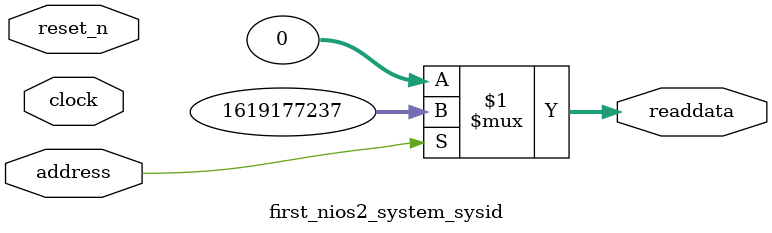
<source format=v>

`timescale 1ns / 1ps
// synthesis translate_on

// turn off superfluous verilog processor warnings 
// altera message_level Level1 
// altera message_off 10034 10035 10036 10037 10230 10240 10030 

module first_nios2_system_sysid (
               // inputs:
                address,
                clock,
                reset_n,

               // outputs:
                readdata
             )
;

  output  [ 31: 0] readdata;
  input            address;
  input            clock;
  input            reset_n;

  wire    [ 31: 0] readdata;
  //control_slave, which is an e_avalon_slave
  assign readdata = address ? 1619177237 : 0;

endmodule




</source>
